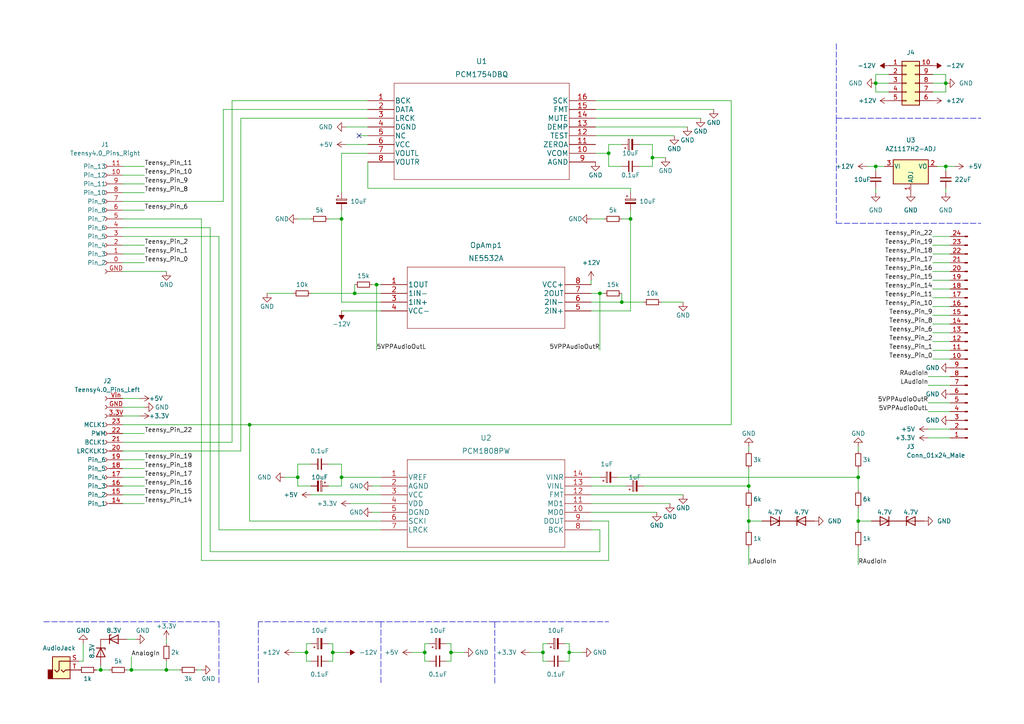
<source format=kicad_sch>
(kicad_sch (version 20211123) (generator eeschema)
  (paper "A4")
  (lib_symbols
    (symbol "Conn_01x13_Female_1" (pin_names (offset 1.016))
      (property "Reference" "J1" (at 0.635 20.32 0))
      (property "Value" "Conn_01x13_Female" (at 0.635 17.78 0))
      (symbol "Conn_01x13_Female_1_1_1"
        (pin passive line (at -5.08 12.7 0) (length 3.81) (name "Pin_2") (number "0"))
        (pin passive line (at -5.08 10.16 0) (length 3.81) (name "Pin_3") (number "1"))
        (pin passive line (at -5.08 -12.7 0) (length 3.81) (name "Pin_12") (number "10"))
        (pin passive line (at -5.08 -15.24 0) (length 3.81) (name "Pin_13") (number "11"))
        (pin passive line (at -5.08 7.62 0) (length 3.81) (name "Pin_4") (number "2"))
        (pin passive line (at -5.08 5.08 0) (length 3.81) (name "Pin_5") (number "3"))
        (pin passive line (at -5.08 2.54 0) (length 3.81) (name "Pin_6") (number "4"))
        (pin passive line (at -5.08 0 0) (length 3.81) (name "Pin_7") (number "5"))
        (pin passive line (at -5.08 -2.54 0) (length 3.81) (name "Pin_8") (number "6"))
        (pin passive line (at -5.08 -5.08 0) (length 3.81) (name "Pin_9") (number "7"))
        (pin passive line (at -5.08 -7.62 0) (length 3.81) (name "Pin_10") (number "8"))
        (pin passive line (at -5.08 -10.16 0) (length 3.81) (name "Pin_11") (number "9"))
        (pin passive line (at -5.08 15.24 0) (length 3.81) (name "") (number "GND"))
      )
    )
    (symbol "Connector:AudioJack2"
      (property "Reference" "J" (at 0 8.89 0))
      (property "Value" "AudioJack2" (at 0 6.35 0))
      (symbol "AudioJack2_1_1"
        (pin passive line (at 5.08 2.54 180) (length 2.54) (name "~") (number "S"))
        (pin passive line (at 5.08 0 180) (length 2.54) (name "~") (number "T"))
      )
    )
    (symbol "Connector:Conn_01x13_Female" (pin_names (offset 1.016))
      (property "Reference" "J2" (at 0.635 20.32 0))
      (property "Value" "Conn_01x13_Female" (at 0.635 17.78 0))
      (symbol "Conn_01x13_Female_1_1"
        (pin passive line (at -5.08 15.24 0) (length 3.81) (name "Pin_1") (number "14"))
        (pin passive line (at -5.08 12.7 0) (length 3.81) (name "Pin_2") (number "15"))
        (pin passive line (at -5.08 10.16 0) (length 3.81) (name "Pin_3") (number "16"))
        (pin passive line (at -5.08 7.62 0) (length 3.81) (name "Pin_4") (number "17"))
        (pin passive line (at -5.08 5.08 0) (length 3.81) (name "Pin_5") (number "18"))
        (pin passive line (at -5.08 2.54 0) (length 3.81) (name "Pin_6") (number "19"))
        (pin passive line (at -5.08 0 0) (length 3.81) (name "LRCKLK1") (number "20"))
        (pin passive line (at -5.08 -2.54 0) (length 3.81) (name "BCLK1") (number "21"))
        (pin passive line (at -5.08 -5.08 0) (length 3.81) (name "PWM") (number "22"))
        (pin passive line (at -5.08 -7.62 0) (length 3.81) (name "MCLK1") (number "23"))
        (pin passive line (at -5.08 -10.16 0) (length 3.81) (name "") (number "3.3V"))
        (pin passive line (at -5.08 -12.7 0) (length 3.81) (name "") (number "GND"))
        (pin passive line (at -5.08 -15.24 0) (length 3.81) (name "") (number "Vin"))
      )
    )
    (symbol "Connector:Conn_01x24_Male" (pin_names (offset 1.016) hide)
      (property "Reference" "J" (at 0 30.48 0))
      (property "Value" "Conn_01x24_Male" (at 0 -33.02 0))
      (symbol "Conn_01x24_Male_1_1"
        (pin passive line (at 5.08 27.94 180) (length 3.81) (name "Pin_1") (number "1"))
        (pin passive line (at 5.08 5.08 180) (length 3.81) (name "Pin_10") (number "10"))
        (pin passive line (at 5.08 2.54 180) (length 3.81) (name "Pin_11") (number "11"))
        (pin passive line (at 5.08 0 180) (length 3.81) (name "Pin_12") (number "12"))
        (pin passive line (at 5.08 -2.54 180) (length 3.81) (name "Pin_13") (number "13"))
        (pin passive line (at 5.08 -5.08 180) (length 3.81) (name "Pin_14") (number "14"))
        (pin passive line (at 5.08 -7.62 180) (length 3.81) (name "Pin_15") (number "15"))
        (pin passive line (at 5.08 -10.16 180) (length 3.81) (name "Pin_16") (number "16"))
        (pin passive line (at 5.08 -12.7 180) (length 3.81) (name "Pin_17") (number "17"))
        (pin passive line (at 5.08 -15.24 180) (length 3.81) (name "Pin_18") (number "18"))
        (pin passive line (at 5.08 -17.78 180) (length 3.81) (name "Pin_19") (number "19"))
        (pin passive line (at 5.08 25.4 180) (length 3.81) (name "Pin_2") (number "2"))
        (pin passive line (at 5.08 -20.32 180) (length 3.81) (name "Pin_20") (number "20"))
        (pin passive line (at 5.08 -22.86 180) (length 3.81) (name "Pin_21") (number "21"))
        (pin passive line (at 5.08 -25.4 180) (length 3.81) (name "Pin_22") (number "22"))
        (pin passive line (at 5.08 -27.94 180) (length 3.81) (name "Pin_23") (number "23"))
        (pin passive line (at 5.08 -30.48 180) (length 3.81) (name "Pin_24") (number "24"))
        (pin passive line (at 5.08 22.86 180) (length 3.81) (name "Pin_3") (number "3"))
        (pin passive line (at 5.08 20.32 180) (length 3.81) (name "Pin_4") (number "4"))
        (pin passive line (at 5.08 17.78 180) (length 3.81) (name "Pin_5") (number "5"))
        (pin passive line (at 5.08 15.24 180) (length 3.81) (name "Pin_6") (number "6"))
        (pin passive line (at 5.08 12.7 180) (length 3.81) (name "Pin_7") (number "7"))
        (pin passive line (at 5.08 10.16 180) (length 3.81) (name "Pin_8") (number "8"))
        (pin passive line (at 5.08 7.62 180) (length 3.81) (name "Pin_9") (number "9"))
      )
    )
    (symbol "Connector_Generic:Conn_02x05_Counter_Clockwise" (pin_names (offset 1.016) hide)
      (property "Reference" "J" (at 1.27 7.62 0))
      (property "Value" "Conn_02x05_Counter_Clockwise" (at 1.27 -7.62 0))
      (symbol "Conn_02x05_Counter_Clockwise_1_1"
        (pin passive line (at -5.08 5.08 0) (length 3.81) (name "Pin_1") (number "1"))
        (pin passive line (at 7.62 5.08 180) (length 3.81) (name "Pin_10") (number "10"))
        (pin passive line (at -5.08 2.54 0) (length 3.81) (name "Pin_2") (number "2"))
        (pin passive line (at -5.08 0 0) (length 3.81) (name "Pin_3") (number "3"))
        (pin passive line (at -5.08 -2.54 0) (length 3.81) (name "Pin_4") (number "4"))
        (pin passive line (at -5.08 -5.08 0) (length 3.81) (name "Pin_5") (number "5"))
        (pin passive line (at 7.62 -5.08 180) (length 3.81) (name "Pin_6") (number "6"))
        (pin passive line (at 7.62 -2.54 180) (length 3.81) (name "Pin_7") (number "7"))
        (pin passive line (at 7.62 0 180) (length 3.81) (name "Pin_8") (number "8"))
        (pin passive line (at 7.62 2.54 180) (length 3.81) (name "Pin_9") (number "9"))
      )
    )
    (symbol "Device:C_Polarized_Small" (pin_numbers hide) (pin_names (offset 0.254) hide)
      (property "Reference" "C" (at 0.254 1.778 0))
      (property "Value" "C_Polarized_Small" (at 0.254 -2.032 0))
      (symbol "C_Polarized_Small_1_1"
        (pin passive line (at 0 2.54 270) (length 1.8542) (name "~") (number "1"))
        (pin passive line (at 0 -2.54 90) (length 1.8542) (name "~") (number "2"))
      )
    )
    (symbol "Device:C_Small" (pin_numbers hide) (pin_names (offset 0.254) hide)
      (property "Reference" "C" (at 0.254 1.778 0))
      (property "Value" "C_Small" (at 0.254 -2.032 0))
      (symbol "C_Small_1_1"
        (pin passive line (at 0 2.54 270) (length 2.032) (name "~") (number "1"))
        (pin passive line (at 0 -2.54 90) (length 2.032) (name "~") (number "2"))
      )
    )
    (symbol "Device:D_Zener" (pin_numbers hide) (pin_names (offset 1.016) hide)
      (property "Reference" "D" (at 0 2.54 0))
      (property "Value" "D_Zener" (at 0 -2.54 0))
      (symbol "D_Zener_1_1"
        (pin passive line (at -3.81 0 0) (length 2.54) (name "K") (number "1"))
        (pin passive line (at 3.81 0 180) (length 2.54) (name "A") (number "2"))
      )
    )
    (symbol "Device:R_Small" (pin_numbers hide) (pin_names (offset 0.254) hide)
      (property "Reference" "R" (at 0.762 0.508 0))
      (property "Value" "R_Small" (at 0.762 -1.016 0))
      (symbol "R_Small_1_1"
        (pin passive line (at 0 2.54 270) (length 0.762) (name "~") (number "1"))
        (pin passive line (at 0 -2.54 90) (length 0.762) (name "~") (number "2"))
      )
    )
    (symbol "NE5534A:NE5532AD" (pin_names (offset 0.254))
      (property "Reference" "U" (at 30.48 10.16 0))
      (property "Value" "NE5532AD" (at 30.48 7.62 0))
      (symbol "NE5532AD_1_1"
        (pin output line (at 0 0 0) (length 7.62) (name "1OUT") (number "1"))
        (pin input line (at 0 -2.54 0) (length 7.62) (name "1IN-") (number "2"))
        (pin input line (at 0 -5.08 0) (length 7.62) (name "1IN+") (number "3"))
        (pin power_in line (at 0 -7.62 0) (length 7.62) (name "VCC-") (number "4"))
        (pin input line (at 60.96 -7.62 180) (length 7.62) (name "2IN+") (number "5"))
        (pin input line (at 60.96 -5.08 180) (length 7.62) (name "2IN-") (number "6"))
        (pin output line (at 60.96 -2.54 180) (length 7.62) (name "2OUT") (number "7"))
        (pin power_in line (at 60.96 0 180) (length 7.62) (name "VCC+") (number "8"))
      )
    )
    (symbol "PCM1754DBQR:PCM1754DBQ" (pin_names (offset 0.254))
      (property "Reference" "U" (at 33.02 10.16 0))
      (property "Value" "PCM1754DBQ" (at 33.02 7.62 0))
      (symbol "PCM1754DBQ_1_1"
        (pin input line (at 0 0 0) (length 7.62) (name "BCK") (number "1"))
        (pin power_in line (at 66.04 -15.24 180) (length 7.62) (name "VCOM") (number "10"))
        (pin output line (at 66.04 -12.7 180) (length 7.62) (name "ZEROA") (number "11"))
        (pin input line (at 66.04 -10.16 180) (length 7.62) (name "TEST") (number "12"))
        (pin input line (at 66.04 -7.62 180) (length 7.62) (name "DEMP") (number "13"))
        (pin input line (at 66.04 -5.08 180) (length 7.62) (name "MUTE") (number "14"))
        (pin input line (at 66.04 -2.54 180) (length 7.62) (name "FMT") (number "15"))
        (pin input line (at 66.04 0 180) (length 7.62) (name "SCK") (number "16"))
        (pin input line (at 0 -2.54 0) (length 7.62) (name "DATA") (number "2"))
        (pin input line (at 0 -5.08 0) (length 7.62) (name "LRCK") (number "3"))
        (pin power_in line (at 0 -7.62 0) (length 7.62) (name "DGND") (number "4"))
        (pin unspecified line (at 0 -10.16 0) (length 7.62) (name "NC") (number "5"))
        (pin power_in line (at 0 -12.7 0) (length 7.62) (name "VCC") (number "6"))
        (pin output line (at 0 -15.24 0) (length 7.62) (name "VOUTL") (number "7"))
        (pin output line (at 0 -17.78 0) (length 7.62) (name "VOUTR") (number "8"))
        (pin power_in line (at 66.04 -17.78 180) (length 7.62) (name "AGND") (number "9"))
      )
    )
    (symbol "PCM1808:PCM1808PW" (pin_names (offset 0.254))
      (property "Reference" "U" (at 30.48 10.16 0))
      (property "Value" "PCM1808PW" (at 30.48 7.62 0))
      (symbol "PCM1808PW_1_1"
        (pin power_in line (at 0 0 0) (length 7.62) (name "VREF") (number "1"))
        (pin input line (at 60.96 -10.16 180) (length 7.62) (name "MD0") (number "10"))
        (pin input line (at 60.96 -7.62 180) (length 7.62) (name "MD1") (number "11"))
        (pin input line (at 60.96 -5.08 180) (length 7.62) (name "FMT") (number "12"))
        (pin input line (at 60.96 -2.54 180) (length 7.62) (name "VINL") (number "13"))
        (pin input line (at 60.96 0 180) (length 7.62) (name "VINR") (number "14"))
        (pin power_in line (at 0 -2.54 0) (length 7.62) (name "AGND") (number "2"))
        (pin power_in line (at 0 -5.08 0) (length 7.62) (name "VCC") (number "3"))
        (pin power_in line (at 0 -7.62 0) (length 7.62) (name "VDD") (number "4"))
        (pin power_in line (at 0 -10.16 0) (length 7.62) (name "DGND") (number "5"))
        (pin input line (at 0 -12.7 0) (length 7.62) (name "SCKI") (number "6"))
        (pin bidirectional line (at 0 -15.24 0) (length 7.62) (name "LRCK") (number "7"))
        (pin bidirectional line (at 60.96 -15.24 180) (length 7.62) (name "BCK") (number "8"))
        (pin output line (at 60.96 -12.7 180) (length 7.62) (name "DOUT") (number "9"))
      )
    )
    (symbol "Regulator_Linear:AZ1117H-ADJ" (pin_names (offset 0.254))
      (property "Reference" "U" (at -3.81 3.175 0))
      (property "Value" "AZ1117H-ADJ" (at 0 3.175 0))
      (symbol "AZ1117H-ADJ_1_1"
        (pin input line (at 0 -7.62 90) (length 2.54) (name "ADJ") (number "1"))
        (pin power_out line (at 7.62 0 180) (length 2.54) (name "VO") (number "2"))
        (pin power_in line (at -7.62 0 0) (length 2.54) (name "VI") (number "3"))
      )
    )
    (symbol "power:+12V" (power) (pin_names (offset 0))
      (property "Value" "+12V" (at 0 3.556 0))
      (symbol "+12V_1_1"
        (pin power_in line (at 0 0 90) (length 0) hide (name "+12V") (number "1"))
      )
    )
    (symbol "power:+3.3V" (power) (pin_names (offset 0))
      (property "Value" "+3.3V" (at 0 3.556 0))
      (symbol "+3.3V_1_1"
        (pin power_in line (at 0 0 90) (length 0) hide (name "+3.3V") (number "1"))
      )
    )
    (symbol "power:+5V" (power) (pin_names (offset 0))
      (property "Value" "+5V" (at 0 3.556 0))
      (symbol "+5V_1_1"
        (pin power_in line (at 0 0 90) (length 0) hide (name "+5V") (number "1"))
      )
    )
    (symbol "power:-12V" (power) (pin_names (offset 0))
      (property "Value" "-12V" (at 0 3.81 0))
      (symbol "-12V_0_0"
        (pin power_in line (at 0 0 90) (length 0) hide (name "-12V") (number "1"))
      )
    )
    (symbol "power:GND" (power) (pin_names (offset 0))
      (property "Value" "GND" (at 0 -3.81 0))
      (symbol "GND_1_1"
        (pin power_in line (at 0 0 270) (length 0) hide (name "GND") (number "1"))
      )
    )
  )
  (junction (at 217.17 151.13))
  (junction (at 96.52 189.23))
  (junction (at 274.32 24.13))
  (junction (at 157.48 189.23))
  (junction (at 173.99 85.09))
  (junction (at 254 48.26))
  (junction (at 38.1 194.31))
  (junction (at 254 24.13))
  (junction (at 176.53 44.45))
  (junction (at 88.9 189.23))
  (junction (at 182.88 63.5))
  (junction (at 72.39 123.19))
  (junction (at 248.92 151.13))
  (junction (at 189.23 45.72))
  (junction (at 217.17 140.97))
  (junction (at 130.81 189.23))
  (junction (at 109.22 82.55))
  (junction (at 86.36 138.43))
  (junction (at 29.21 194.31))
  (junction (at 48.26 194.31))
  (junction (at 165.1 189.23))
  (junction (at 102.87 85.09))
  (junction (at 123.19 189.23))
  (junction (at 248.92 138.43))
  (junction (at 99.06 63.5))
  (junction (at 99.06 138.43))
  (junction (at 274.32 48.26))
  (junction (at 180.34 87.63))
  (no_connect (at 104.14 39.37))
  (wire (pts (xy 171.45 153.67) (xy 173.99 153.67)))
  (wire (pts (xy 48.26 194.31) (xy 52.07 194.31)))
  (wire (pts (xy 48.26 78.74) (xy 35.56 78.74)))
  (wire (pts (xy 172.72 36.83) (xy 199.39 36.83)))
  (wire (pts (xy 101.6 146.05) (xy 110.49 146.05)))
  (wire (pts (xy 35.56 128.27) (xy 67.31 128.27)))
  (wire (pts (xy 35.56 140.97) (xy 41.91 140.97)))
  (wire (pts (xy 270.51 78.74) (xy 275.59 78.74)))
  (wire (pts (xy 99.06 44.45) (xy 99.06 55.88)))
  (wire (pts (xy 24.13 191.77) (xy 22.86 191.77)))
  (wire (pts (xy 99.06 87.63) (xy 99.06 63.5)))
  (polyline (pts (xy 143.51 180.34) (xy 110.49 180.34)))
  (wire (pts (xy 189.23 41.91) (xy 189.23 45.72)))
  (wire (pts (xy 67.31 29.21) (xy 106.68 29.21)))
  (wire (pts (xy 270.51 24.13) (xy 274.32 24.13)))
  (wire (pts (xy 69.85 34.29) (xy 106.68 34.29)))
  (wire (pts (xy 212.09 29.21) (xy 172.72 29.21)))
  (wire (pts (xy 270.51 68.58) (xy 275.59 68.58)))
  (wire (pts (xy 130.81 186.69) (xy 129.54 186.69)))
  (wire (pts (xy 269.24 119.38) (xy 275.59 119.38)))
  (wire (pts (xy 270.51 104.14) (xy 275.59 104.14)))
  (wire (pts (xy 58.42 162.56) (xy 58.42 63.5)))
  (wire (pts (xy 35.56 118.11) (xy 41.91 118.11)))
  (wire (pts (xy 274.32 26.67) (xy 274.32 24.13)))
  (polyline (pts (xy 110.49 180.34) (xy 110.49 198.12)))
  (wire (pts (xy 180.34 48.26) (xy 176.53 48.26)))
  (wire (pts (xy 29.21 194.31) (xy 29.21 193.04)))
  (wire (pts (xy 90.17 143.51) (xy 110.49 143.51)))
  (wire (pts (xy 274.32 21.59) (xy 274.32 24.13)))
  (wire (pts (xy 171.45 85.09) (xy 173.99 85.09)))
  (wire (pts (xy 35.56 60.96) (xy 41.91 60.96)))
  (wire (pts (xy 119.38 189.23) (xy 123.19 189.23)))
  (wire (pts (xy 157.48 189.23) (xy 157.48 191.77)))
  (wire (pts (xy 85.09 189.23) (xy 88.9 189.23)))
  (wire (pts (xy 270.51 93.98) (xy 275.59 93.98)))
  (wire (pts (xy 99.06 138.43) (xy 110.49 138.43)))
  (wire (pts (xy 172.72 39.37) (xy 195.58 39.37)))
  (wire (pts (xy 270.51 99.06) (xy 275.59 99.06)))
  (wire (pts (xy 163.83 191.77) (xy 165.1 191.77)))
  (wire (pts (xy 67.31 128.27) (xy 67.31 29.21)))
  (wire (pts (xy 217.17 158.75) (xy 217.17 163.83)))
  (wire (pts (xy 102.87 82.55) (xy 102.87 85.09)))
  (wire (pts (xy 36.83 185.42) (xy 39.37 185.42)))
  (wire (pts (xy 38.1 194.31) (xy 48.26 194.31)))
  (wire (pts (xy 254 24.13) (xy 257.81 24.13)))
  (wire (pts (xy 24.13 186.69) (xy 24.13 191.77)))
  (wire (pts (xy 269.24 127) (xy 275.59 127)))
  (wire (pts (xy 173.99 85.09) (xy 175.26 85.09)))
  (wire (pts (xy 182.88 54.61) (xy 182.88 55.88)))
  (wire (pts (xy 35.56 71.12) (xy 41.91 71.12)))
  (wire (pts (xy 35.56 55.88) (xy 41.91 55.88)))
  (wire (pts (xy 165.1 186.69) (xy 163.83 186.69)))
  (wire (pts (xy 60.96 160.02) (xy 60.96 66.04)))
  (wire (pts (xy 95.25 140.97) (xy 99.06 140.97)))
  (wire (pts (xy 110.49 153.67) (xy 63.5 153.67)))
  (wire (pts (xy 254 48.26) (xy 254 49.53)))
  (wire (pts (xy 217.17 135.89) (xy 217.17 140.97)))
  (wire (pts (xy 171.45 148.59) (xy 190.5 148.59)))
  (wire (pts (xy 99.06 63.5) (xy 99.06 60.96)))
  (wire (pts (xy 171.45 151.13) (xy 176.53 151.13)))
  (wire (pts (xy 269.24 109.22) (xy 275.59 109.22)))
  (wire (pts (xy 176.53 162.56) (xy 58.42 162.56)))
  (wire (pts (xy 35.56 133.35) (xy 41.91 133.35)))
  (wire (pts (xy 72.39 151.13) (xy 72.39 123.19)))
  (polyline (pts (xy 74.93 180.34) (xy 74.93 198.12)))
  (wire (pts (xy 176.53 151.13) (xy 176.53 162.56)))
  (wire (pts (xy 35.56 115.57) (xy 40.64 115.57)))
  (wire (pts (xy 58.42 63.5) (xy 35.56 63.5)))
  (wire (pts (xy 217.17 151.13) (xy 217.17 153.67)))
  (wire (pts (xy 86.36 63.5) (xy 90.17 63.5)))
  (wire (pts (xy 171.45 63.5) (xy 175.26 63.5)))
  (wire (pts (xy 180.34 85.09) (xy 180.34 87.63)))
  (wire (pts (xy 172.72 34.29) (xy 203.2 34.29)))
  (wire (pts (xy 270.51 26.67) (xy 274.32 26.67)))
  (wire (pts (xy 176.53 44.45) (xy 172.72 44.45)))
  (wire (pts (xy 35.56 53.34) (xy 41.91 53.34)))
  (wire (pts (xy 270.51 76.2) (xy 275.59 76.2)))
  (wire (pts (xy 107.95 148.59) (xy 110.49 148.59)))
  (wire (pts (xy 257.81 21.59) (xy 254 21.59)))
  (wire (pts (xy 69.85 130.81) (xy 69.85 34.29)))
  (wire (pts (xy 257.81 26.67) (xy 254 26.67)))
  (wire (pts (xy 124.46 191.77) (xy 123.19 191.77)))
  (wire (pts (xy 171.45 146.05) (xy 194.31 146.05)))
  (wire (pts (xy 171.45 138.43) (xy 173.99 138.43)))
  (wire (pts (xy 90.17 191.77) (xy 88.9 191.77)))
  (wire (pts (xy 63.5 68.58) (xy 35.56 68.58)))
  (wire (pts (xy 173.99 160.02) (xy 60.96 160.02)))
  (polyline (pts (xy 110.49 180.34) (xy 74.93 180.34)))
  (wire (pts (xy 171.45 143.51) (xy 198.12 143.51)))
  (wire (pts (xy 48.26 191.77) (xy 48.26 194.31)))
  (wire (pts (xy 100.33 36.83) (xy 106.68 36.83)))
  (wire (pts (xy 99.06 140.97) (xy 99.06 138.43)))
  (polyline (pts (xy 242.57 34.29) (xy 284.48 34.29)))
  (wire (pts (xy 86.36 134.62) (xy 86.36 138.43)))
  (wire (pts (xy 165.1 191.77) (xy 165.1 189.23)))
  (wire (pts (xy 123.19 189.23) (xy 123.19 191.77)))
  (wire (pts (xy 254 48.26) (xy 256.54 48.26)))
  (wire (pts (xy 252.73 151.13) (xy 248.92 151.13)))
  (wire (pts (xy 35.56 73.66) (xy 41.91 73.66)))
  (wire (pts (xy 106.68 54.61) (xy 182.88 54.61)))
  (wire (pts (xy 276.86 48.26) (xy 274.32 48.26)))
  (wire (pts (xy 107.95 140.97) (xy 110.49 140.97)))
  (wire (pts (xy 158.75 191.77) (xy 157.48 191.77)))
  (wire (pts (xy 124.46 186.69) (xy 123.19 186.69)))
  (wire (pts (xy 35.56 50.8) (xy 41.91 50.8)))
  (wire (pts (xy 248.92 129.54) (xy 248.92 130.81)))
  (wire (pts (xy 123.19 186.69) (xy 123.19 189.23)))
  (wire (pts (xy 130.81 189.23) (xy 134.62 189.23)))
  (wire (pts (xy 29.21 194.31) (xy 31.75 194.31)))
  (wire (pts (xy 96.52 191.77) (xy 96.52 189.23)))
  (wire (pts (xy 254 26.67) (xy 254 24.13)))
  (wire (pts (xy 270.51 21.59) (xy 274.32 21.59)))
  (polyline (pts (xy 242.57 34.29) (xy 242.57 64.77)))
  (wire (pts (xy 99.06 134.62) (xy 99.06 138.43)))
  (wire (pts (xy 35.56 58.42) (xy 64.77 58.42)))
  (polyline (pts (xy 242.57 12.7) (xy 242.57 34.29)))
  (wire (pts (xy 189.23 48.26) (xy 189.23 45.72)))
  (wire (pts (xy 171.45 140.97) (xy 181.61 140.97)))
  (wire (pts (xy 110.49 87.63) (xy 99.06 87.63)))
  (wire (pts (xy 106.68 44.45) (xy 99.06 44.45)))
  (wire (pts (xy 269.24 111.76) (xy 275.59 111.76)))
  (wire (pts (xy 57.15 194.31) (xy 58.42 194.31)))
  (wire (pts (xy 157.48 186.69) (xy 157.48 189.23)))
  (wire (pts (xy 254 21.59) (xy 254 24.13)))
  (polyline (pts (xy 63.5 180.34) (xy 63.5 198.12)))
  (wire (pts (xy 35.56 125.73) (xy 41.91 125.73)))
  (wire (pts (xy 248.92 138.43) (xy 248.92 142.24)))
  (wire (pts (xy 248.92 135.89) (xy 248.92 138.43)))
  (wire (pts (xy 254 54.61) (xy 254 55.88)))
  (wire (pts (xy 35.56 135.89) (xy 41.91 135.89)))
  (wire (pts (xy 191.77 87.63) (xy 198.12 87.63)))
  (wire (pts (xy 129.54 191.77) (xy 130.81 191.77)))
  (wire (pts (xy 35.56 123.19) (xy 72.39 123.19)))
  (wire (pts (xy 107.95 82.55) (xy 109.22 82.55)))
  (wire (pts (xy 130.81 191.77) (xy 130.81 189.23)))
  (wire (pts (xy 189.23 45.72) (xy 193.04 45.72)))
  (wire (pts (xy 270.51 88.9) (xy 275.59 88.9)))
  (wire (pts (xy 77.47 85.09) (xy 85.09 85.09)))
  (wire (pts (xy 60.96 66.04) (xy 35.56 66.04)))
  (wire (pts (xy 185.42 48.26) (xy 189.23 48.26)))
  (wire (pts (xy 165.1 189.23) (xy 168.91 189.23)))
  (wire (pts (xy 95.25 134.62) (xy 99.06 134.62)))
  (wire (pts (xy 106.68 31.75) (xy 64.77 31.75)))
  (wire (pts (xy 217.17 140.97) (xy 217.17 142.24)))
  (wire (pts (xy 90.17 134.62) (xy 86.36 134.62)))
  (wire (pts (xy 64.77 31.75) (xy 64.77 58.42)))
  (polyline (pts (xy 12.7 180.34) (xy 63.5 180.34)))
  (wire (pts (xy 27.94 194.31) (xy 29.21 194.31)))
  (wire (pts (xy 171.45 82.55) (xy 171.45 81.28)))
  (wire (pts (xy 38.1 190.5) (xy 38.1 194.31)))
  (wire (pts (xy 165.1 189.23) (xy 165.1 186.69)))
  (wire (pts (xy 269.24 124.46) (xy 275.59 124.46)))
  (wire (pts (xy 153.67 189.23) (xy 157.48 189.23)))
  (wire (pts (xy 180.34 63.5) (xy 182.88 63.5)))
  (wire (pts (xy 270.51 101.6) (xy 275.59 101.6)))
  (wire (pts (xy 179.07 138.43) (xy 248.92 138.43)))
  (wire (pts (xy 270.51 83.82) (xy 275.59 83.82)))
  (wire (pts (xy 35.56 143.51) (xy 41.91 143.51)))
  (wire (pts (xy 180.34 41.91) (xy 176.53 41.91)))
  (wire (pts (xy 90.17 186.69) (xy 88.9 186.69)))
  (wire (pts (xy 251.46 48.26) (xy 254 48.26)))
  (wire (pts (xy 173.99 153.67) (xy 173.99 160.02)))
  (wire (pts (xy 270.51 81.28) (xy 275.59 81.28)))
  (wire (pts (xy 63.5 153.67) (xy 63.5 68.58)))
  (polyline (pts (xy 143.51 198.12) (xy 143.51 180.34)))
  (wire (pts (xy 110.49 151.13) (xy 72.39 151.13)))
  (wire (pts (xy 48.26 185.42) (xy 48.26 186.69)))
  (wire (pts (xy 95.25 191.77) (xy 96.52 191.77)))
  (wire (pts (xy 248.92 158.75) (xy 248.92 163.83)))
  (wire (pts (xy 110.49 82.55) (xy 109.22 82.55)))
  (wire (pts (xy 130.81 189.23) (xy 130.81 186.69)))
  (wire (pts (xy 35.56 146.05) (xy 41.91 146.05)))
  (wire (pts (xy 182.88 90.17) (xy 171.45 90.17)))
  (wire (pts (xy 72.39 123.19) (xy 212.09 123.19)))
  (wire (pts (xy 90.17 85.09) (xy 102.87 85.09)))
  (wire (pts (xy 182.88 63.5) (xy 182.88 90.17)))
  (wire (pts (xy 41.91 48.26) (xy 35.56 48.26)))
  (wire (pts (xy 96.52 189.23) (xy 96.52 186.69)))
  (wire (pts (xy 270.51 91.44) (xy 275.59 91.44)))
  (wire (pts (xy 35.56 120.65) (xy 40.64 120.65)))
  (wire (pts (xy 274.32 48.26) (xy 274.32 49.53)))
  (wire (pts (xy 220.98 151.13) (xy 217.17 151.13)))
  (wire (pts (xy 186.69 140.97) (xy 217.17 140.97)))
  (wire (pts (xy 35.56 76.2) (xy 41.91 76.2)))
  (polyline (pts (xy 143.51 180.34) (xy 176.53 180.34)))
  (wire (pts (xy 158.75 186.69) (xy 157.48 186.69)))
  (wire (pts (xy 217.17 129.54) (xy 217.17 130.81)))
  (wire (pts (xy 82.55 138.43) (xy 86.36 138.43)))
  (wire (pts (xy 269.24 116.84) (xy 275.59 116.84)))
  (wire (pts (xy 95.25 63.5) (xy 99.06 63.5)))
  (wire (pts (xy 270.51 96.52) (xy 275.59 96.52)))
  (wire (pts (xy 100.33 41.91) (xy 106.68 41.91)))
  (wire (pts (xy 274.32 54.61) (xy 274.32 55.88)))
  (wire (pts (xy 217.17 147.32) (xy 217.17 151.13)))
  (wire (pts (xy 270.51 73.66) (xy 275.59 73.66)))
  (wire (pts (xy 270.51 71.12) (xy 275.59 71.12)))
  (wire (pts (xy 104.14 39.37) (xy 106.68 39.37)))
  (wire (pts (xy 109.22 82.55) (xy 109.22 101.6)))
  (wire (pts (xy 88.9 189.23) (xy 88.9 191.77)))
  (wire (pts (xy 180.34 87.63) (xy 186.69 87.63)))
  (wire (pts (xy 212.09 123.19) (xy 212.09 29.21)))
  (wire (pts (xy 96.52 189.23) (xy 100.33 189.23)))
  (wire (pts (xy 189.23 41.91) (xy 185.42 41.91)))
  (wire (pts (xy 274.32 48.26) (xy 271.78 48.26)))
  (wire (pts (xy 106.68 46.99) (xy 106.68 54.61)))
  (wire (pts (xy 171.45 87.63) (xy 180.34 87.63)))
  (wire (pts (xy 172.72 31.75) (xy 207.01 31.75)))
  (wire (pts (xy 86.36 140.97) (xy 90.17 140.97)))
  (wire (pts (xy 248.92 151.13) (xy 248.92 153.67)))
  (wire (pts (xy 270.51 86.36) (xy 275.59 86.36)))
  (wire (pts (xy 35.56 138.43) (xy 41.91 138.43)))
  (wire (pts (xy 182.88 60.96) (xy 182.88 63.5)))
  (wire (pts (xy 248.92 147.32) (xy 248.92 151.13)))
  (wire (pts (xy 173.99 85.09) (xy 173.99 101.6)))
  (wire (pts (xy 35.56 130.81) (xy 69.85 130.81)))
  (wire (pts (xy 176.53 48.26) (xy 176.53 44.45)))
  (wire (pts (xy 86.36 138.43) (xy 86.36 140.97)))
  (wire (pts (xy 88.9 186.69) (xy 88.9 189.23)))
  (wire (pts (xy 176.53 41.91) (xy 176.53 44.45)))
  (polyline (pts (xy 242.57 64.77) (xy 284.48 64.77)))
  (wire (pts (xy 96.52 186.69) (xy 95.25 186.69)))
  (wire (pts (xy 36.83 194.31) (xy 38.1 194.31)))
  (wire (pts (xy 99.06 90.17) (xy 110.49 90.17)))
  (wire (pts (xy 102.87 85.09) (xy 110.49 85.09)))
  (label "Teensy_Pin_15" (at 270.51 81.28 180))
  (label "LAudioIn" (at 269.24 111.76 180))
  (label "Teensy_Pin_18" (at 41.91 135.89 0))
  (label "Teensy_Pin_14" (at 270.51 83.82 180))
  (label "Teensy_Pin_8" (at 270.51 93.98 180))
  (label "Teensy_Pin_10" (at 41.91 50.8 0))
  (label "Teensy_Pin_18" (at 270.51 73.66 180))
  (label "Teensy_Pin_16" (at 41.91 140.97 0))
  (label "Teensy_Pin_0" (at 270.51 104.14 180))
  (label "Teensy_Pin_8" (at 41.91 55.88 0))
  (label "Teensy_Pin_16" (at 270.51 78.74 180))
  (label "Teensy_Pin_17" (at 41.91 138.43 0))
  (label "Teensy_Pin_19" (at 41.91 133.35 0))
  (label "LAudioIn" (at 217.17 163.83 0))
  (label "Teensy_Pin_15" (at 41.91 143.51 0))
  (label "AnalogIn" (at 38.1 190.5 0))
  (label "5VPPAudioOutR" (at 269.24 116.84 180))
  (label "Teensy_Pin_9" (at 270.51 91.44 180))
  (label "Teensy_Pin_0" (at 41.91 76.2 0))
  (label "5VPPAudioOutL" (at 109.22 101.6 0))
  (label "Teensy_Pin_22" (at 270.51 68.58 180))
  (label "Teensy_Pin_10" (at 270.51 88.9 180))
  (label "Teensy_Pin_22" (at 41.91 125.73 0))
  (label "Teensy_Pin_14" (at 41.91 146.05 0))
  (label "Teensy_Pin_17" (at 270.51 76.2 180))
  (label "5VPPAudioOutR" (at 173.99 101.6 180))
  (label "Teensy_Pin_1" (at 41.91 73.66 0))
  (label "Teensy_Pin_6" (at 41.91 60.96 0))
  (label "Teensy_Pin_11" (at 41.91 48.26 0))
  (label "Teensy_Pin_19" (at 270.51 71.12 180))
  (label "5VPPAudioOutL" (at 269.24 119.38 180))
  (label "Teensy_Pin_2" (at 41.91 71.12 0))
  (label "Teensy_Pin_9" (at 41.91 53.34 0))
  (label "Teensy_Pin_1" (at 270.51 101.6 180))
  (label "RAudioIn" (at 269.24 109.22 180))
  (label "RAudioIn" (at 248.92 163.83 0))
  (label "Teensy_Pin_6" (at 270.51 96.52 180))
  (label "Teensy_Pin_2" (at 270.51 99.06 180))
  (label "Teensy_Pin_11" (at 270.51 86.36 180))
  (symbol (lib_id "power:GND") (at 274.32 24.13 90) (unit 1)
    (property "Reference" "#PWR0129" (effects hide))
    (property "Value" "GND" (at 278.13 24.1299 90) (effects (justify right)))
  )
  (symbol (lib_id "power:+12V") (at 251.46 48.26 90) (unit 1)
    (property "Reference" "#PWR0136" (effects hide))
    (property "Value" "+12V" (at 247.65 48.2599 90) (effects (justify left)))
  )
  (symbol (lib_id "Device:C_Polarized_Small") (at 92.71 140.97 270) (unit 1)
    (property "Reference" "C7" (effects hide))
    (property "Value" "10uF" (at 92.71 138.43 90))
    (property "Footprint" "Capacitor_SMD:CP_Elec_4x4.5" (effects hide))
    (property "Datasheet" "Electrolytisch" (effects hide))
  )
  (symbol (lib_id "Device:R_Small") (at 92.71 63.5 90) (unit 1)
    (property "Reference" "R5" (effects hide))
    (property "Value" "5k" (at 92.71 60.96 90))
    (property "Footprint" "Resistor_SMD:R_0805_2012Metric_Pad1.20x1.40mm_HandSolder" (effects hide))
  )
  (symbol (lib_id "Device:R_Small") (at 189.23 87.63 90) (unit 1)
    (property "Reference" "R3" (effects hide))
    (property "Value" "10k" (at 189.23 85.09 90))
    (property "Footprint" "Resistor_SMD:R_0805_2012Metric_Pad1.20x1.40mm_HandSolder" (effects hide))
  )
  (symbol (lib_id "power:GND") (at 198.12 143.51 0) (unit 1)
    (property "Reference" "#PWR0104" (effects hide))
    (property "Value" "GND" (at 198.12 147.32 0))
  )
  (symbol (lib_id "Device:R_Small") (at 48.26 189.23 180) (unit 1) (on_board no)
    (property "Reference" "R15" (effects hide))
    (property "Value" "2k" (at 50.8 189.23 0))
  )
  (symbol (lib_id "power:GND") (at 107.95 148.59 270) (unit 1)
    (property "Reference" "#PWR0119" (effects hide))
    (property "Value" "GND" (at 105.41 148.59 90) (effects (justify right)))
  )
  (symbol (lib_id "Device:R_Small") (at 34.29 194.31 90) (unit 1) (on_board no)
    (property "Reference" "R14" (effects hide))
    (property "Value" "5k" (at 34.29 191.77 90))
  )
  (symbol (lib_id "Device:R_Small") (at 177.8 63.5 90) (unit 1)
    (property "Reference" "R6" (effects hide))
    (property "Value" "5k" (at 177.8 60.96 90))
    (property "Footprint" "Resistor_SMD:R_0805_2012Metric_Pad1.20x1.40mm_HandSolder" (effects hide))
  )
  (symbol (lib_id "Device:C_Small") (at 127 191.77 90) (unit 1)
    (property "Reference" "C6" (effects hide))
    (property "Value" "0.1uF" (at 127 195.58 90))
    (property "Footprint" "Capacitor_SMD:C_0805_2012Metric_Pad1.18x1.45mm_HandSolder" (effects hide))
  )
  (symbol (lib_id "power:GND") (at 24.13 186.69 180) (unit 1) (on_board no)
    (property "Reference" "#PWR0154" (effects hide))
    (property "Value" "GND" (at 24.13 182.88 0))
  )
  (symbol (lib_id "Device:R_Small") (at 54.61 194.31 90) (unit 1) (on_board no)
    (property "Reference" "R16" (effects hide))
    (property "Value" "3k" (at 54.61 196.85 90))
  )
  (symbol (lib_id "Connector:AudioJack2") (at 17.78 194.31 0) (unit 1) (on_board no)
    (property "Reference" "J5" (effects hide))
    (property "Value" "AudioJack" (at 17.145 187.96 0))
  )
  (symbol (lib_id "power:GND") (at 264.16 55.88 0) (unit 1)
    (property "Reference" "#PWR0135" (effects hide))
    (property "Value" "GND" (at 264.16 60.96 0))
  )
  (symbol (lib_id "power:GND") (at 41.91 118.11 90) (unit 1)
    (property "Reference" "#PWR0152" (effects hide))
    (property "Value" "GND" (at 46.99 118.11 90))
  )
  (symbol (lib_id "power:GND") (at 275.59 106.68 270) (unit 1)
    (property "Reference" "#PWR0147" (effects hide))
    (property "Value" "GND" (at 270.51 106.68 90))
  )
  (symbol (lib_id "power:-12V") (at 270.51 19.05 270) (unit 1)
    (property "Reference" "#PWR0133" (effects hide))
    (property "Value" "-12V" (at 274.32 19.0499 90) (effects (justify left)))
  )
  (symbol (lib_id "Device:R_Small") (at 248.92 133.35 0) (unit 1)
    (property "Reference" "R10" (effects hide))
    (property "Value" "3k" (at 250.19 133.35 0) (effects (justify left)))
    (property "Footprint" "Resistor_SMD:R_0805_2012Metric_Pad1.20x1.40mm_HandSolder" (effects hide))
  )
  (symbol (lib_id "power:GND") (at 198.12 87.63 0) (unit 1)
    (property "Reference" "#PWR0111" (effects hide))
    (property "Value" "GND" (at 198.12 91.44 0))
  )
  (symbol (lib_id "Connector:Conn_01x24_Male") (at 280.67 99.06 180) (unit 1)
    (property "Reference" "J3" (at 262.89 129.5399 0) (effects (justify right)))
    (property "Value" "Conn_01x24_Male" (at 262.89 132.08 0) (effects (justify right)))
    (property "Footprint" "Connector_PinHeader_2.54mm:PinHeader_1x24_P2.54mm_Vertical" (effects hide))
  )
  (symbol (lib_id "power:-12V") (at 99.06 90.17 180) (unit 1)
    (property "Reference" "#PWR0118" (effects hide))
    (property "Value" "-12V" (at 99.06 93.98 0))
  )
  (symbol (lib_id "Device:R_Small") (at 217.17 156.21 0) (unit 1)
    (property "Reference" "R9" (effects hide))
    (property "Value" "1k" (at 218.44 156.21 0) (effects (justify left)))
    (property "Footprint" "Resistor_SMD:R_0805_2012Metric_Pad1.20x1.40mm_HandSolder" (effects hide))
  )
  (symbol (lib_id "power:GND") (at 203.2 34.29 0) (unit 1)
    (property "Reference" "#PWR0109" (effects hide))
    (property "Value" "GND" (at 203.2 38.1 0))
  )
  (symbol (lib_id "Connector_Generic:Conn_02x05_Counter_Clockwise") (at 262.89 24.13 0) (unit 1)
    (property "Reference" "J4" (at 264.16 15.24 0))
    (property "Value" "Conn_02x05_Counter_Clockwise" (effects hide))
    (property "Footprint" "Connector_PinHeader_2.54mm:PinHeader_2x05_P2.54mm_Vertical" (effects hide))
  )
  (symbol (lib_id "power:+12V") (at 270.51 29.21 270) (unit 1)
    (property "Reference" "#PWR0134" (effects hide))
    (property "Value" "+12V" (at 274.32 29.2099 90) (effects (justify left)))
  )
  (symbol (lib_id "power:GND") (at 248.92 129.54 180) (unit 1)
    (property "Reference" "#PWR0138" (effects hide))
    (property "Value" "GND" (at 248.92 125.73 0))
  )
  (symbol (lib_id "power:GND") (at 254 24.13 270) (unit 1)
    (property "Reference" "#PWR0130" (effects hide))
    (property "Value" "GND" (at 250.19 24.1299 90) (effects (justify right)))
  )
  (symbol (lib_id "power:GND") (at 193.04 45.72 0) (unit 1)
    (property "Reference" "#PWR0107" (effects hide))
    (property "Value" "GND" (at 193.04 49.53 0))
  )
  (symbol (lib_id "power:GND") (at 171.45 63.5 270) (unit 1)
    (property "Reference" "#PWR0128" (effects hide))
    (property "Value" "GND" (at 168.91 63.5 90) (effects (justify right)))
  )
  (symbol (lib_id "power:+5V") (at 276.86 48.26 270) (unit 1)
    (property "Reference" "#PWR0137" (effects hide))
    (property "Value" "+5V" (at 280.67 48.2599 90) (effects (justify left)))
  )
  (symbol (lib_id "Device:R_Small") (at 248.92 156.21 0) (unit 1)
    (property "Reference" "R12" (effects hide))
    (property "Value" "1k" (at 250.19 156.21 0) (effects (justify left)))
    (property "Footprint" "Resistor_SMD:R_0805_2012Metric_Pad1.20x1.40mm_HandSolder" (effects hide))
  )
  (symbol (lib_id "Device:C_Polarized_Small") (at 92.71 186.69 90) (unit 1)
    (property "Reference" "C1" (effects hide))
    (property "Value" "10uF" (at 92.71 182.88 90))
    (property "Footprint" "Capacitor_SMD:CP_Elec_4x4.5" (effects hide))
    (property "Datasheet" "Electrolytisch" (effects hide))
  )
  (symbol (lib_id "Device:D_Zener") (at 256.54 151.13 180) (unit 1)
    (property "Reference" "D3" (effects hide))
    (property "Value" "4.7V" (at 256.54 148.59 0))
    (property "Footprint" "Diode_SMD:D_SOD-323_HandSoldering" (effects hide))
  )
  (symbol (lib_id "power:GND") (at 207.01 31.75 0) (unit 1)
    (property "Reference" "#PWR0110" (effects hide))
    (property "Value" "GND" (at 207.01 35.56 0))
  )
  (symbol (lib_id "Device:D_Zener") (at 232.41 151.13 0) (unit 1)
    (property "Reference" "D2" (effects hide))
    (property "Value" "4.7V" (at 232.41 148.59 0))
    (property "Footprint" "Diode_SMD:D_SOD-323_HandSoldering" (effects hide))
  )
  (symbol (lib_id "power:+12V") (at 257.81 29.21 90) (unit 1)
    (property "Reference" "#PWR0132" (effects hide))
    (property "Value" "+12V" (at 248.92 29.21 90) (effects (justify right)))
  )
  (symbol (lib_id "Device:R_Small") (at 177.8 85.09 90) (unit 1)
    (property "Reference" "R4" (effects hide))
    (property "Value" "15k" (at 177.8 82.55 90))
    (property "Footprint" "Resistor_SMD:R_0805_2012Metric_Pad1.20x1.40mm_HandSolder" (effects hide))
  )
  (symbol (lib_id "power:GND") (at 254 55.88 0) (unit 1)
    (property "Reference" "#PWR0143" (effects hide))
    (property "Value" "GND" (at 254 60.96 0))
  )
  (symbol (lib_id "Device:R_Small") (at 217.17 144.78 0) (unit 1)
    (property "Reference" "R8" (effects hide))
    (property "Value" "6k" (at 218.44 144.78 0) (effects (justify left)))
    (property "Footprint" "Resistor_SMD:R_0805_2012Metric_Pad1.20x1.40mm_HandSolder" (effects hide))
  )
  (symbol (lib_id "Device:D_Zener") (at 29.21 189.23 270) (unit 1) (on_board no)
    (property "Reference" "D5" (effects hide))
    (property "Value" "8.3V" (at 26.67 186.69 0) (effects (justify left)))
  )
  (symbol (lib_id "power:GND") (at 195.58 39.37 0) (unit 1)
    (property "Reference" "#PWR0112" (effects hide))
    (property "Value" "GND" (at 195.58 43.18 0))
  )
  (symbol (lib_id "power:GND") (at 199.39 36.83 0) (unit 1)
    (property "Reference" "#PWR0113" (effects hide))
    (property "Value" "GND" (at 199.39 40.64 0))
  )
  (symbol (lib_id "Device:R_Small") (at 105.41 82.55 90) (unit 1)
    (property "Reference" "R2" (effects hide))
    (property "Value" "15k" (at 105.41 80.01 90))
    (property "Footprint" "Resistor_SMD:R_0805_2012Metric_Pad1.20x1.40mm_HandSolder" (effects hide))
  )
  (symbol (lib_id "Device:C_Polarized_Small") (at 127 186.69 90) (unit 1)
    (property "Reference" "C5" (effects hide))
    (property "Value" "10uF" (at 127 182.88 90))
    (property "Footprint" "Capacitor_SMD:CP_Elec_4x4.5" (effects hide))
    (property "Datasheet" "Electrolytisch" (effects hide))
  )
  (symbol (lib_id "power:GND") (at 274.32 55.88 0) (unit 1)
    (property "Reference" "#PWR0142" (effects hide))
    (property "Value" "GND" (at 274.32 60.96 0))
  )
  (symbol (lib_id "Device:C_Polarized_Small") (at 161.29 186.69 90) (unit 1)
    (property "Reference" "C11" (effects hide))
    (property "Value" "10uF" (at 161.29 182.88 90))
    (property "Footprint" "Capacitor_SMD:CP_Elec_4x4.5" (effects hide))
    (property "Datasheet" "Electrolytisch" (effects hide))
  )
  (symbol (lib_id "power:GND") (at 134.62 189.23 90) (unit 1)
    (property "Reference" "#PWR0144" (effects hide))
    (property "Value" "GND" (at 139.7 189.23 90))
  )
  (symbol (lib_id "power:+5V") (at 269.24 124.46 90) (unit 1)
    (property "Reference" "#PWR0150" (effects hide))
    (property "Value" "+5V" (at 265.43 124.4599 90) (effects (justify left)))
  )
  (symbol (lib_id "Device:C_Polarized_Small") (at 182.88 41.91 90) (unit 1)
    (property "Reference" "C15" (effects hide))
    (property "Value" "10uF" (at 182.88 44.45 90))
    (property "Footprint" "Capacitor_SMD:CP_Elec_4x4.5" (effects hide))
    (property "Datasheet" "Electrolytisch" (effects hide))
  )
  (symbol (lib_name "Conn_01x13_Female_1") (lib_id "Connector:Conn_01x13_Female") (at 30.48 63.5 180) (unit 1)
    (property "Reference" "J1" (at 30.48 41.91 0))
    (property "Value" "Teensy4.0_Pins_Right" (at 30.48 44.45 0))
    (property "Footprint" "Connector_PinSocket_2.54mm:PinSocket_1x13_P2.54mm_Vertical" (effects hide))
  )
  (symbol (lib_id "power:GND") (at 82.55 138.43 270) (unit 1)
    (property "Reference" "#PWR0126" (effects hide))
    (property "Value" "GND" (at 78.74 138.4299 90) (effects (justify right)))
  )
  (symbol (lib_id "power:GND") (at 86.36 63.5 270) (unit 1)
    (property "Reference" "#PWR0124" (effects hide))
    (property "Value" "GND" (at 83.82 63.5 90) (effects (justify right)))
  )
  (symbol (lib_id "Device:R_Small") (at 248.92 144.78 0) (unit 1)
    (property "Reference" "R11" (effects hide))
    (property "Value" "6k" (at 250.19 144.78 0) (effects (justify left)))
    (property "Footprint" "Resistor_SMD:R_0805_2012Metric_Pad1.20x1.40mm_HandSolder" (effects hide))
  )
  (symbol (lib_id "Device:D_Zener") (at 264.16 151.13 0) (unit 1)
    (property "Reference" "D4" (effects hide))
    (property "Value" "4.7V" (at 264.16 148.59 0))
    (property "Footprint" "Diode_SMD:D_SOD-323_HandSoldering" (effects hide))
  )
  (symbol (lib_id "Regulator_Linear:AZ1117H-ADJ") (at 264.16 48.26 0) (unit 1)
    (property "Reference" "U3" (at 264.16 40.64 0))
    (property "Value" "AZ1117H2-ADJ" (at 264.16 43.18 0))
    (property "Footprint" "Package_TO_SOT_SMD:SOT-223-3_TabPin2" (effects hide))
    (property "Datasheet" "https://www.diodes.com/assets/Datasheets/products_inactive_data/AZ1117.pdf" (effects hide))
  )
  (symbol (lib_id "Connector:Conn_01x13_Female") (at 30.48 130.81 180) (unit 1)
    (property "Reference" "J2" (at 31.115 110.49 0))
    (property "Value" "Teensy4.0_Pins_Left" (at 31.115 113.03 0))
    (property "Footprint" "Connector_PinSocket_2.54mm:PinSocket_1x13_P2.54mm_Vertical" (effects hide))
  )
  (symbol (lib_id "power:GND") (at 217.17 129.54 180) (unit 1)
    (property "Reference" "#PWR0139" (effects hide))
    (property "Value" "GND" (at 217.17 125.73 0))
  )
  (symbol (lib_id "Device:R_Small") (at 217.17 133.35 0) (unit 1)
    (property "Reference" "R7" (effects hide))
    (property "Value" "3k" (at 218.44 133.35 0) (effects (justify left)))
    (property "Footprint" "Resistor_SMD:R_0805_2012Metric_Pad1.20x1.40mm_HandSolder" (effects hide))
  )
  (symbol (lib_id "Device:R_Small") (at 25.4 194.31 90) (unit 1) (on_board no)
    (property "Reference" "R13" (effects hide))
    (property "Value" "1k" (at 25.4 196.85 90))
  )
  (symbol (lib_id "power:+3.3V") (at 101.6 146.05 90) (unit 1)
    (property "Reference" "#PWR0123" (effects hide))
    (property "Value" "+3.3V" (at 97.79 146.0499 90) (effects (justify left)))
  )
  (symbol (lib_id "power:GND") (at 236.22 151.13 90) (unit 1)
    (property "Reference" "#PWR0141" (effects hide))
    (property "Value" "GND" (at 240.03 151.1299 90) (effects (justify right)))
  )
  (symbol (lib_id "power:+3.3V") (at 153.67 189.23 90) (unit 1)
    (property "Reference" "#PWR0125" (effects hide))
    (property "Value" "+3.3V" (at 149.86 189.2299 90) (effects (justify left)))
  )
  (symbol (lib_id "power:GND") (at 194.31 146.05 0) (unit 1)
    (property "Reference" "#PWR0114" (effects hide))
    (property "Value" "GND" (at 194.31 149.86 0))
  )
  (symbol (lib_id "power:+3.3V") (at 48.26 185.42 0) (unit 1)
    (property "Reference" "#PWR0155" (effects hide))
    (property "Value" "+3.3V" (at 48.26 181.61 0))
  )
  (symbol (lib_id "power:GND") (at 190.5 148.59 0) (unit 1)
    (property "Reference" "#PWR0115" (effects hide))
    (property "Value" "GND" (at 190.5 152.4 0))
  )
  (symbol (lib_id "power:+3.3V") (at 40.64 120.65 270) (unit 1)
    (property "Reference" "#PWR0117" (effects hide))
    (property "Value" "+3.3V" (at 43.18 120.65 90) (effects (justify left)))
  )
  (symbol (lib_id "Device:C_Small") (at 92.71 191.77 90) (unit 1)
    (property "Reference" "C3" (effects hide))
    (property "Value" "0.1uF" (at 92.71 195.58 90))
    (property "Footprint" "Capacitor_SMD:C_0805_2012Metric_Pad1.18x1.45mm_HandSolder" (effects hide))
  )
  (symbol (lib_id "Device:C_Polarized_Small") (at 184.15 140.97 90) (unit 1)
    (property "Reference" "C9" (effects hide))
    (property "Value" "1uF" (at 184.15 138.43 90))
    (property "Footprint" "Capacitor_SMD:CP_Elec_4x4.5" (effects hide))
    (property "Datasheet" "Elektrolytisch" (effects hide))
  )
  (symbol (lib_id "PCM1808:PCM1808PW") (at 110.49 138.43 0) (unit 1)
    (property "Reference" "U2" (at 140.97 127 0) (effects (font (size 1.524 1.524))))
    (property "Value" "PCM1808PW" (at 140.97 130.81 0) (effects (font (size 1.524 1.524))))
    (property "Footprint" "PCM1808:PCM1808PW" (effects hide))
  )
  (symbol (lib_id "power:GND") (at 168.91 189.23 90) (unit 1)
    (property "Reference" "#PWR0122" (effects hide))
    (property "Value" "GND" (at 173.99 189.23 90))
  )
  (symbol (lib_id "power:+3.3V") (at 269.24 127 90) (unit 1)
    (property "Reference" "#PWR0151" (effects hide))
    (property "Value" "+3.3V" (at 265.43 126.9999 90) (effects (justify left)))
  )
  (symbol (lib_id "power:GND") (at 100.33 36.83 270) (unit 1)
    (property "Reference" "#PWR0101" (effects hide))
    (property "Value" "GND" (at 96.52 36.8299 90) (effects (justify right)))
  )
  (symbol (lib_id "NE5534A:NE5532AD") (at 110.49 82.55 0) (unit 1)
    (property "Reference" "OpAmp1" (at 140.97 71.12 0) (effects (font (size 1.524 1.524))))
    (property "Value" "NE5532A" (at 140.97 74.93 0) (effects (font (size 1.524 1.524))))
    (property "Footprint" "NE5534A:NE5532AD" (effects hide))
  )
  (symbol (lib_id "power:+5V") (at 119.38 189.23 90) (unit 1)
    (property "Reference" "#PWR0121" (effects hide))
    (property "Value" "+5V" (at 115.57 189.2299 90) (effects (justify left)))
  )
  (symbol (lib_id "Device:D_Zener") (at 224.79 151.13 180) (unit 1)
    (property "Reference" "D1" (effects hide))
    (property "Value" "4.7V" (at 224.79 148.59 0))
    (property "Footprint" "Diode_SMD:D_SOD-323_HandSoldering" (effects hide))
  )
  (symbol (lib_id "Device:C_Polarized_Small") (at 99.06 58.42 0) (unit 1)
    (property "Reference" "C2" (effects hide))
    (property "Value" "10uF" (at 101.6 58.42 0) (effects (justify left)))
    (property "Footprint" "Capacitor_SMD:CP_Elec_4x4.5" (effects hide))
    (property "Datasheet" "Elektrolytisch" (effects hide))
  )
  (symbol (lib_id "Device:C_Small") (at 182.88 48.26 270) (unit 1)
    (property "Reference" "C16" (effects hide))
    (property "Value" "0.1uF" (at 182.88 50.8 90))
    (property "Footprint" "Capacitor_SMD:C_0805_2012Metric_Pad1.18x1.45mm_HandSolder" (effects hide))
  )
  (symbol (lib_id "power:GND") (at 58.42 194.31 90) (unit 1)
    (property "Reference" "#PWR0156" (effects hide))
    (property "Value" "GND" (at 58.42 196.85 90) (effects (justify right)))
  )
  (symbol (lib_id "power:+12V") (at 85.09 189.23 90) (unit 1)
    (property "Reference" "#PWR0146" (effects hide))
    (property "Value" "+12V" (at 81.28 189.2299 90) (effects (justify left)))
  )
  (symbol (lib_id "power:GND") (at 77.47 85.09 0) (unit 1)
    (property "Reference" "#PWR0105" (effects hide))
    (property "Value" "GND" (at 77.47 88.9 0))
  )
  (symbol (lib_id "power:-12V") (at 257.81 19.05 90) (unit 1)
    (property "Reference" "#PWR0131" (effects hide))
    (property "Value" "-12V" (at 254 19.0499 90) (effects (justify left)))
  )
  (symbol (lib_id "power:GND") (at 48.26 78.74 0) (unit 1)
    (property "Reference" "#PWR0102" (effects hide))
    (property "Value" "GND" (at 48.26 82.55 0))
  )
  (symbol (lib_id "Device:C_Polarized_Small") (at 182.88 58.42 0) (unit 1)
    (property "Reference" "C4" (effects hide))
    (property "Value" "10uF" (at 185.42 58.42 0) (effects (justify left)))
    (property "Footprint" "Capacitor_SMD:CP_Elec_4x4.5" (effects hide))
    (property "Datasheet" "Elektrolytisch" (effects hide))
  )
  (symbol (lib_id "power:GND") (at 39.37 185.42 90) (unit 1)
    (property "Reference" "#PWR0153" (effects hide))
    (property "Value" "GND" (at 39.37 182.88 90) (effects (justify right)))
  )
  (symbol (lib_id "Device:C_Polarized_Small") (at 176.53 138.43 90) (unit 1)
    (property "Reference" "C8" (effects hide))
    (property "Value" "1uF" (at 175.9839 134.62 90))
    (property "Footprint" "Capacitor_SMD:CP_Elec_4x4.5" (effects hide))
    (property "Datasheet" "Elektrolytisch" (effects hide))
  )
  (symbol (lib_id "Device:C_Small") (at 92.71 134.62 90) (unit 1)
    (property "Reference" "C10" (effects hide))
    (property "Value" "0.1uF" (at 92.7163 130.81 90))
    (property "Footprint" "Capacitor_SMD:C_0805_2012Metric_Pad1.18x1.45mm_HandSolder" (effects hide))
  )
  (symbol (lib_id "PCM1754DBQR:PCM1754DBQ") (at 106.68 29.21 0) (unit 1)
    (property "Reference" "U1" (at 139.7 17.78 0) (effects (font (size 1.524 1.524))))
    (property "Value" "PCM1754DBQ" (at 139.7 21.59 0) (effects (font (size 1.524 1.524))))
    (property "Footprint" "PCM1754DBQR:PCM1754DBQ" (effects hide))
  )
  (symbol (lib_id "Device:C_Small") (at 254 52.07 0) (unit 1)
    (property "Reference" "C13" (effects hide))
    (property "Value" "10uF" (at 247.65 52.07 0) (effects (justify left)))
    (property "Footprint" "Capacitor_SMD:C_0805_2012Metric_Pad1.18x1.45mm_HandSolder" (effects hide))
  )
  (symbol (lib_id "power:GND") (at 275.59 114.3 270) (unit 1)
    (property "Reference" "#PWR0148" (effects hide))
    (property "Value" "GND" (at 270.51 114.3 90))
  )
  (symbol (lib_id "Device:D_Zener") (at 33.02 185.42 0) (unit 1) (on_board no)
    (property "Reference" "D6" (effects hide))
    (property "Value" "8.3V" (at 33.02 182.88 0))
  )
  (symbol (lib_id "Device:R_Small") (at 87.63 85.09 90) (unit 1)
    (property "Reference" "R1" (effects hide))
    (property "Value" "10k" (at 87.63 82.55 90))
    (property "Footprint" "Resistor_SMD:R_0805_2012Metric_Pad1.20x1.40mm_HandSolder" (effects hide))
  )
  (symbol (lib_id "power:+5V") (at 100.33 41.91 90) (unit 1)
    (property "Reference" "#PWR0106" (effects hide))
    (property "Value" "+5V" (at 96.52 41.9099 90) (effects (justify left)))
  )
  (symbol (lib_id "power:+12V") (at 171.45 81.28 0) (unit 1)
    (property "Reference" "#PWR0103" (effects hide))
    (property "Value" "+12V" (at 171.45 76.2 0))
  )
  (symbol (lib_id "Device:C_Small") (at 274.32 52.07 0) (unit 1)
    (property "Reference" "C14" (effects hide))
    (property "Value" "22uF" (at 276.86 52.07 0) (effects (justify left)))
    (property "Footprint" "Capacitor_SMD:C_0805_2012Metric_Pad1.18x1.45mm_HandSolder" (effects hide))
  )
  (symbol (lib_id "power:+5V") (at 40.64 115.57 270) (unit 1)
    (property "Reference" "#PWR0116" (effects hide))
    (property "Value" "+5V" (at 43.18 115.57 90) (effects (justify left)))
  )
  (symbol (lib_id "power:GND") (at 172.72 46.99 0) (unit 1)
    (property "Reference" "#PWR0108" (effects hide))
    (property "Value" "GND" (at 172.72 50.8 0))
  )
  (symbol (lib_id "power:GND") (at 267.97 151.13 90) (unit 1)
    (property "Reference" "#PWR0140" (effects hide))
    (property "Value" "GND" (at 271.78 151.1299 90) (effects (justify right)))
  )
  (symbol (lib_id "power:GND") (at 275.59 121.92 270) (unit 1)
    (property "Reference" "#PWR0149" (effects hide))
    (property "Value" "GND" (at 270.51 121.92 90))
  )
  (symbol (lib_id "power:-12V") (at 100.33 189.23 270) (unit 1)
    (property "Reference" "#PWR0145" (effects hide))
    (property "Value" "-12V" (at 104.14 189.2299 90) (effects (justify left)))
  )
  (symbol (lib_id "power:+5V") (at 90.17 143.51 90) (unit 1)
    (property "Reference" "#PWR0127" (effects hide))
    (property "Value" "+5V" (at 86.36 143.5099 90) (effects (justify left)))
  )
  (symbol (lib_id "Device:C_Small") (at 161.29 191.77 90) (unit 1)
    (property "Reference" "C12" (effects hide))
    (property "Value" "0.1uF" (at 161.29 195.58 90))
    (property "Footprint" "Capacitor_SMD:C_0805_2012Metric_Pad1.18x1.45mm_HandSolder" (effects hide))
  )
  (symbol (lib_id "power:GND") (at 107.95 140.97 270) (unit 1)
    (property "Reference" "#PWR0120" (effects hide))
    (property "Value" "GND" (at 105.41 140.97 90) (effects (justify right)))
  )
)
</source>
